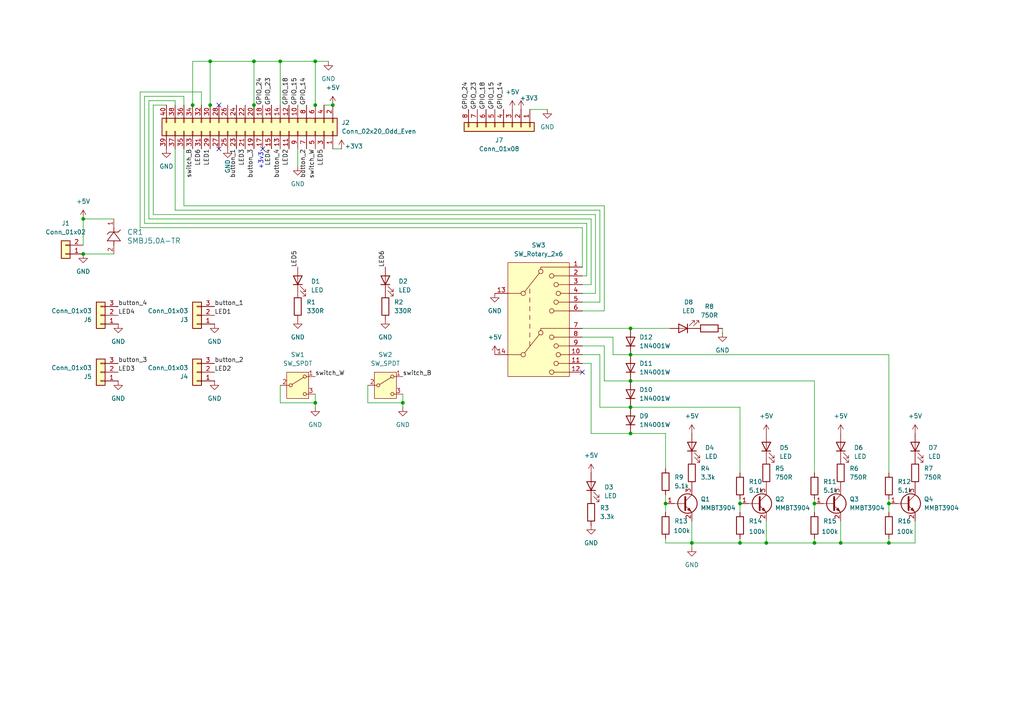
<source format=kicad_sch>
(kicad_sch (version 20250114) (generator "eeschema") (generator_version "9.0")
  (paper "A4")
  (lib_symbols
    (symbol "Connector_Generic:Conn_01x02" (pin_names (offset 1.016) (hide yes))
      (property "Reference" "J" (at 0 2.54 0))
      (property "Value" "Conn_01x02" (at 0 -5.08 0))
      (symbol "Conn_01x02_1_1"
        (rectangle (start -1.27 1.27) (end 1.27 -3.81) (stroke (width 0.254)) (fill (type background)))
        (rectangle (start -1.27 0.127) (end 0 -0.127) (stroke (width 0.1524)))
        (rectangle (start -1.27 -2.413) (end 0 -2.667) (stroke (width 0.1524)))
        (pin passive line (at -5.08 0 0) (length 3.81) (name "Pin_1") (number "1"))
        (pin passive line (at -5.08 -2.54 0) (length 3.81) (name "Pin_2") (number "2"))
      )
    )
    (symbol "Connector_Generic:Conn_01x03" (pin_names (offset 1.016) (hide yes))
      (property "Reference" "J" (at 0 5.08 0))
      (property "Value" "Conn_01x03" (at 0 -5.08 0))
      (symbol "Conn_01x03_1_1"
        (rectangle (start -1.27 3.81) (end 1.27 -3.81) (stroke (width 0.254)) (fill (type background)))
        (rectangle (start -1.27 2.667) (end 0 2.413) (stroke (width 0.1524)))
        (rectangle (start -1.27 0.127) (end 0 -0.127) (stroke (width 0.1524)))
        (rectangle (start -1.27 -2.413) (end 0 -2.667) (stroke (width 0.1524)))
        (pin passive line (at -5.08 2.54 0) (length 3.81) (name "Pin_1") (number "1"))
        (pin passive line (at -5.08 0 0) (length 3.81) (name "Pin_2") (number "2"))
        (pin passive line (at -5.08 -2.54 0) (length 3.81) (name "Pin_3") (number "3"))
      )
    )
    (symbol "Connector_Generic:Conn_01x08" (pin_names (offset 1.016) (hide yes))
      (property "Reference" "J" (at 0 10.16 0))
      (property "Value" "Conn_01x08" (at 0 -12.7 0))
      (symbol "Conn_01x08_1_1"
        (rectangle (start -1.27 8.89) (end 1.27 -11.43) (stroke (width 0.254)) (fill (type background)))
        (rectangle (start -1.27 7.747) (end 0 7.493) (stroke (width 0.1524)))
        (rectangle (start -1.27 5.207) (end 0 4.953) (stroke (width 0.1524)))
        (rectangle (start -1.27 2.667) (end 0 2.413) (stroke (width 0.1524)))
        (rectangle (start -1.27 0.127) (end 0 -0.127) (stroke (width 0.1524)))
        (rectangle (start -1.27 -2.413) (end 0 -2.667) (stroke (width 0.1524)))
        (rectangle (start -1.27 -4.953) (end 0 -5.207) (stroke (width 0.1524)))
        (rectangle (start -1.27 -7.493) (end 0 -7.747) (stroke (width 0.1524)))
        (rectangle (start -1.27 -10.033) (end 0 -10.287) (stroke (width 0.1524)))
        (pin passive line (at -5.08 7.62 0) (length 3.81) (name "Pin_1") (number "1"))
        (pin passive line (at -5.08 5.08 0) (length 3.81) (name "Pin_2") (number "2"))
        (pin passive line (at -5.08 2.54 0) (length 3.81) (name "Pin_3") (number "3"))
        (pin passive line (at -5.08 0 0) (length 3.81) (name "Pin_4") (number "4"))
        (pin passive line (at -5.08 -2.54 0) (length 3.81) (name "Pin_5") (number "5"))
        (pin passive line (at -5.08 -5.08 0) (length 3.81) (name "Pin_6") (number "6"))
        (pin passive line (at -5.08 -7.62 0) (length 3.81) (name "Pin_7") (number "7"))
        (pin passive line (at -5.08 -10.16 0) (length 3.81) (name "Pin_8") (number "8"))
      )
    )
    (symbol "Connector_Generic:Conn_02x20_Odd_Even" (pin_names (offset 1.016) (hide yes))
      (property "Reference" "J" (at 1.27 25.4 0))
      (property "Value" "Conn_02x20_Odd_Even" (at 1.27 -27.94 0))
      (symbol "Conn_02x20_Odd_Even_1_1"
        (rectangle (start -1.27 24.13) (end 3.81 -26.67) (stroke (width 0.254)) (fill (type background)))
        (rectangle (start -1.27 22.987) (end 0 22.733) (stroke (width 0.1524)))
        (rectangle (start -1.27 20.447) (end 0 20.193) (stroke (width 0.1524)))
        (rectangle (start -1.27 17.907) (end 0 17.653) (stroke (width 0.1524)))
        (rectangle (start -1.27 15.367) (end 0 15.113) (stroke (width 0.1524)))
        (rectangle (start -1.27 12.827) (end 0 12.573) (stroke (width 0.1524)))
        (rectangle (start -1.27 10.287) (end 0 10.033) (stroke (width 0.1524)))
        (rectangle (start -1.27 7.747) (end 0 7.493) (stroke (width 0.1524)))
        (rectangle (start -1.27 5.207) (end 0 4.953) (stroke (width 0.1524)))
        (rectangle (start -1.27 2.667) (end 0 2.413) (stroke (width 0.1524)))
        (rectangle (start -1.27 0.127) (end 0 -0.127) (stroke (width 0.1524)))
        (rectangle (start -1.27 -2.413) (end 0 -2.667) (stroke (width 0.1524)))
        (rectangle (start -1.27 -4.953) (end 0 -5.207) (stroke (width 0.1524)))
        (rectangle (start -1.27 -7.493) (end 0 -7.747) (stroke (width 0.1524)))
        (rectangle (start -1.27 -10.033) (end 0 -10.287) (stroke (width 0.1524)))
        (rectangle (start -1.27 -12.573) (end 0 -12.827) (stroke (width 0.1524)))
        (rectangle (start -1.27 -15.113) (end 0 -15.367) (stroke (width 0.1524)))
        (rectangle (start -1.27 -17.653) (end 0 -17.907) (stroke (width 0.1524)))
        (rectangle (start -1.27 -20.193) (end 0 -20.447) (stroke (width 0.1524)))
        (rectangle (start -1.27 -22.733) (end 0 -22.987) (stroke (width 0.1524)))
        (rectangle (start -1.27 -25.273) (end 0 -25.527) (stroke (width 0.1524)))
        (rectangle (start 3.81 22.987) (end 2.54 22.733) (stroke (width 0.1524)))
        (rectangle (start 3.81 20.447) (end 2.54 20.193) (stroke (width 0.1524)))
        (rectangle (start 3.81 17.907) (end 2.54 17.653) (stroke (width 0.1524)))
        (rectangle (start 3.81 15.367) (end 2.54 15.113) (stroke (width 0.1524)))
        (rectangle (start 3.81 12.827) (end 2.54 12.573) (stroke (width 0.1524)))
        (rectangle (start 3.81 10.287) (end 2.54 10.033) (stroke (width 0.1524)))
        (rectangle (start 3.81 7.747) (end 2.54 7.493) (stroke (width 0.1524)))
        (rectangle (start 3.81 5.207) (end 2.54 4.953) (stroke (width 0.1524)))
        (rectangle (start 3.81 2.667) (end 2.54 2.413) (stroke (width 0.1524)))
        (rectangle (start 3.81 0.127) (end 2.54 -0.127) (stroke (width 0.1524)))
        (rectangle (start 3.81 -2.413) (end 2.54 -2.667) (stroke (width 0.1524)))
        (rectangle (start 3.81 -4.953) (end 2.54 -5.207) (stroke (width 0.1524)))
        (rectangle (start 3.81 -7.493) (end 2.54 -7.747) (stroke (width 0.1524)))
        (rectangle (start 3.81 -10.033) (end 2.54 -10.287) (stroke (width 0.1524)))
        (rectangle (start 3.81 -12.573) (end 2.54 -12.827) (stroke (width 0.1524)))
        (rectangle (start 3.81 -15.113) (end 2.54 -15.367) (stroke (width 0.1524)))
        (rectangle (start 3.81 -17.653) (end 2.54 -17.907) (stroke (width 0.1524)))
        (rectangle (start 3.81 -20.193) (end 2.54 -20.447) (stroke (width 0.1524)))
        (rectangle (start 3.81 -22.733) (end 2.54 -22.987) (stroke (width 0.1524)))
        (rectangle (start 3.81 -25.273) (end 2.54 -25.527) (stroke (width 0.1524)))
        (pin passive line (at -5.08 22.86 0) (length 3.81) (name "Pin_1") (number "1"))
        (pin passive line (at -5.08 20.32 0) (length 3.81) (name "Pin_3") (number "3"))
        (pin passive line (at -5.08 17.78 0) (length 3.81) (name "Pin_5") (number "5"))
        (pin passive line (at -5.08 15.24 0) (length 3.81) (name "Pin_7") (number "7"))
        (pin passive line (at -5.08 12.7 0) (length 3.81) (name "Pin_9") (number "9"))
        (pin passive line (at -5.08 10.16 0) (length 3.81) (name "Pin_11") (number "11"))
        (pin passive line (at -5.08 7.62 0) (length 3.81) (name "Pin_13") (number "13"))
        (pin passive line (at -5.08 5.08 0) (length 3.81) (name "Pin_15") (number "15"))
        (pin passive line (at -5.08 2.54 0) (length 3.81) (name "Pin_17") (number "17"))
        (pin passive line (at -5.08 0 0) (length 3.81) (name "Pin_19") (number "19"))
        (pin passive line (at -5.08 -2.54 0) (length 3.81) (name "Pin_21") (number "21"))
        (pin passive line (at -5.08 -5.08 0) (length 3.81) (name "Pin_23") (number "23"))
        (pin passive line (at -5.08 -7.62 0) (length 3.81) (name "Pin_25") (number "25"))
        (pin passive line (at -5.08 -10.16 0) (length 3.81) (name "Pin_27") (number "27"))
        (pin passive line (at -5.08 -12.7 0) (length 3.81) (name "Pin_29") (number "29"))
        (pin passive line (at -5.08 -15.24 0) (length 3.81) (name "Pin_31") (number "31"))
        (pin passive line (at -5.08 -17.78 0) (length 3.81) (name "Pin_33") (number "33"))
        (pin passive line (at -5.08 -20.32 0) (length 3.81) (name "Pin_35") (number "35"))
        (pin passive line (at -5.08 -22.86 0) (length 3.81) (name "Pin_37") (number "37"))
        (pin passive line (at -5.08 -25.4 0) (length 3.81) (name "Pin_39") (number "39"))
        (pin passive line (at 7.62 22.86 180) (length 3.81) (name "Pin_2") (number "2"))
        (pin passive line (at 7.62 20.32 180) (length 3.81) (name "Pin_4") (number "4"))
        (pin passive line (at 7.62 17.78 180) (length 3.81) (name "Pin_6") (number "6"))
        (pin passive line (at 7.62 15.24 180) (length 3.81) (name "Pin_8") (number "8"))
        (pin passive line (at 7.62 12.7 180) (length 3.81) (name "Pin_10") (number "10"))
        (pin passive line (at 7.62 10.16 180) (length 3.81) (name "Pin_12") (number "12"))
        (pin passive line (at 7.62 7.62 180) (length 3.81) (name "Pin_14") (number "14"))
        (pin passive line (at 7.62 5.08 180) (length 3.81) (name "Pin_16") (number "16"))
        (pin passive line (at 7.62 2.54 180) (length 3.81) (name "Pin_18") (number "18"))
        (pin passive line (at 7.62 0 180) (length 3.81) (name "Pin_20") (number "20"))
        (pin passive line (at 7.62 -2.54 180) (length 3.81) (name "Pin_22") (number "22"))
        (pin passive line (at 7.62 -5.08 180) (length 3.81) (name "Pin_24") (number "24"))
        (pin passive line (at 7.62 -7.62 180) (length 3.81) (name "Pin_26") (number "26"))
        (pin passive line (at 7.62 -10.16 180) (length 3.81) (name "Pin_28") (number "28"))
        (pin passive line (at 7.62 -12.7 180) (length 3.81) (name "Pin_30") (number "30"))
        (pin passive line (at 7.62 -15.24 180) (length 3.81) (name "Pin_32") (number "32"))
        (pin passive line (at 7.62 -17.78 180) (length 3.81) (name "Pin_34") (number "34"))
        (pin passive line (at 7.62 -20.32 180) (length 3.81) (name "Pin_36") (number "36"))
        (pin passive line (at 7.62 -22.86 180) (length 3.81) (name "Pin_38") (number "38"))
        (pin passive line (at 7.62 -25.4 180) (length 3.81) (name "Pin_40") (number "40"))
      )
    )
    (symbol "Device:LED" (pin_numbers (hide yes)) (pin_names (offset 1.016) (hide yes))
      (property "Reference" "D" (at 0 2.54 0))
      (property "Value" "LED" (at 0 -2.54 0))
      (symbol "LED_0_1"
        (polyline (pts (xy -3.048 -0.762) (xy -4.572 -2.286) (xy -3.81 -2.286) (xy -4.572 -2.286) (xy -4.572 -1.524)))
        (polyline (pts (xy -1.778 -0.762) (xy -3.302 -2.286) (xy -2.54 -2.286) (xy -3.302 -2.286) (xy -3.302 -1.524)))
        (polyline (pts (xy -1.27 0) (xy 1.27 0)))
        (polyline (pts (xy -1.27 -1.27) (xy -1.27 1.27)) (stroke (width 0.254)))
        (polyline (pts (xy 1.27 -1.27) (xy 1.27 1.27) (xy -1.27 0) (xy 1.27 -1.27)) (stroke (width 0.254)))
      )
      (symbol "LED_1_1"
        (pin passive line (at -3.81 0 0) (length 2.54) (name "K") (number "1"))
        (pin passive line (at 3.81 0 180) (length 2.54) (name "A") (number "2"))
      )
    )
    (symbol "Device:R" (pin_numbers (hide yes)) (pin_names (offset 0))
      (property "Reference" "R" (at 2.032 0 90))
      (property "Value" "R" (at 0 0 90))
      (symbol "R_0_1"
        (rectangle (start -1.016 -2.54) (end 1.016 2.54) (stroke (width 0.254)))
      )
      (symbol "R_1_1"
        (pin passive line (at 0 3.81 270) (length 1.27) (name "~") (number "1"))
        (pin passive line (at 0 -3.81 90) (length 1.27) (name "~") (number "2"))
      )
    )
    (symbol "Diode:1N4001" (pin_numbers (hide yes)) (pin_names (hide yes))
      (property "Reference" "D" (at 0 2.54 0))
      (property "Value" "1N4001" (at 0 -2.54 0))
      (symbol "1N4001_0_1"
        (polyline (pts (xy -1.27 1.27) (xy -1.27 -1.27)) (stroke (width 0.254)))
        (polyline (pts (xy 1.27 1.27) (xy 1.27 -1.27) (xy -1.27 0) (xy 1.27 1.27)) (stroke (width 0.254)))
        (polyline (pts (xy 1.27 0) (xy -1.27 0)))
      )
      (symbol "1N4001_1_1"
        (pin passive line (at -3.81 0 0) (length 2.54) (name "K") (number "1"))
        (pin passive line (at 3.81 0 180) (length 2.54) (name "A") (number "2"))
      )
    )
    (symbol "Switch:SW_Rotary_2x6" (pin_names (offset 1.016) (hide yes))
      (property "Reference" "SW" (at 0 17.78 0))
      (property "Value" "SW_Rotary_2x6" (at 0 -17.78 0))
      (symbol "SW_Rotary_2x6_0_0"
        (circle (center -4.445 7.62) (radius 0.635))
        (circle (center -4.445 -10.16) (radius 0.635))
        (polyline (pts (xy -4.064 -9.652) (xy 0.2032 -4.318)))
        (polyline (pts (xy -4.0132 8.128) (xy 0.2032 13.462)))
        (polyline (pts (xy -2.54 7.62) (xy -2.54 8.89)))
        (polyline (pts (xy -2.54 5.08) (xy -2.54 6.35)))
        (polyline (pts (xy -2.54 2.54) (xy -2.54 3.81)))
        (polyline (pts (xy -2.54 0) (xy -2.54 1.27)))
        (polyline (pts (xy -2.54 -2.54) (xy -2.54 -1.27)))
        (polyline (pts (xy -2.54 -5.08) (xy -2.54 -3.81)))
        (polyline (pts (xy -2.54 -7.62) (xy -2.54 -6.35)))
        (polyline (pts (xy 0.635 14.605) (xy 0.635 15.24) (xy 8.89 15.24)))
        (circle (center 0.635 13.97) (radius 0.635))
        (polyline (pts (xy 0.635 -3.175) (xy 0.635 -2.54) (xy 8.89 -2.54)))
        (circle (center 0.635 -3.81) (radius 0.635))
        (circle (center 3.81 12.7) (radius 0.635))
        (circle (center 3.81 2.54) (radius 0.635))
        (circle (center 3.81 -5.08) (radius 0.635))
        (circle (center 3.81 -15.24) (radius 0.635))
        (polyline (pts (xy 4.445 12.7) (xy 8.89 12.7)))
        (polyline (pts (xy 4.445 -5.08) (xy 8.89 -5.08)))
        (circle (center 5.08 10.16) (radius 0.635))
        (circle (center 5.08 5.08) (radius 0.635))
        (circle (center 5.08 -7.62) (radius 0.635))
        (circle (center 5.08 -12.7) (radius 0.635))
        (polyline (pts (xy 5.715 10.16) (xy 8.89 10.16)))
        (circle (center 5.715 7.62) (radius 0.635))
        (polyline (pts (xy 5.715 5.08) (xy 8.89 5.08)))
        (polyline (pts (xy 5.715 -7.62) (xy 8.89 -7.62)))
        (circle (center 5.715 -10.16) (radius 0.635))
        (polyline (pts (xy 5.715 -12.7) (xy 8.89 -12.7)))
        (polyline (pts (xy 6.35 7.62) (xy 8.89 7.62)))
        (polyline (pts (xy 6.35 -10.16) (xy 8.89 -10.16)))
        (polyline (pts (xy 8.89 2.54) (xy 4.445 2.54)))
        (polyline (pts (xy 8.89 -15.24) (xy 4.445 -15.24)))
      )
      (symbol "SW_Rotary_2x6_0_1"
        (polyline (pts (xy -5.1308 -10.16) (xy -8.89 -10.16)))
        (polyline (pts (xy -5.08 7.62) (xy -8.89 7.62)))
      )
      (symbol "SW_Rotary_2x6_1_1"
        (rectangle (start -8.89 16.51) (end 8.89 -16.51) (fill (type background)))
        (pin passive line (at -12.7 7.62 0) (length 3.81) (name "13") (number "13"))
        (pin passive line (at -12.7 -10.16 0) (length 3.81) (name "14") (number "14"))
        (pin passive line (at 12.7 15.24 180) (length 3.81) (name "1") (number "1"))
        (pin passive line (at 12.7 12.7 180) (length 3.81) (name "2") (number "2"))
        (pin passive line (at 12.7 10.16 180) (length 3.81) (name "3") (number "3"))
        (pin passive line (at 12.7 7.62 180) (length 3.81) (name "4") (number "4"))
        (pin passive line (at 12.7 5.08 180) (length 3.81) (name "5") (number "5"))
        (pin passive line (at 12.7 2.54 180) (length 3.81) (name "6") (number "6"))
        (pin passive line (at 12.7 -2.54 180) (length 3.81) (name "7") (number "7"))
        (pin passive line (at 12.7 -5.08 180) (length 3.81) (name "8") (number "8"))
        (pin passive line (at 12.7 -7.62 180) (length 3.81) (name "9") (number "9"))
        (pin passive line (at 12.7 -10.16 180) (length 3.81) (name "10") (number "10"))
        (pin passive line (at 12.7 -12.7 180) (length 3.81) (name "11") (number "11"))
        (pin passive line (at 12.7 -15.24 180) (length 3.81) (name "12") (number "12"))
      )
    )
    (symbol "Switch:SW_SPDT" (pin_names (offset 0) (hide yes))
      (property "Reference" "SW" (at 0 5.08 0))
      (property "Value" "SW_SPDT" (at 0 -5.08 0))
      (symbol "SW_SPDT_0_1"
        (circle (center -2.032 0) (radius 0.4572))
        (polyline (pts (xy -1.651 0.254) (xy 1.651 2.286)))
        (circle (center 2.032 2.54) (radius 0.4572))
        (circle (center 2.032 -2.54) (radius 0.4572))
      )
      (symbol "SW_SPDT_1_1"
        (rectangle (start -3.175 3.81) (end 3.175 -3.81) (fill (type background)))
        (pin passive line (at -5.08 0 0) (length 2.54) (name "B") (number "2"))
        (pin passive line (at 5.08 2.54 180) (length 2.54) (name "A") (number "1"))
        (pin passive line (at 5.08 -2.54 180) (length 2.54) (name "C") (number "3"))
      )
    )
    (symbol "Transistor_BJT:MMBT3904" (pin_names (offset 0) (hide yes))
      (property "Reference" "Q" (at 5.08 1.905 0))
      (property "Value" "MMBT3904" (at 5.08 0 0))
      (symbol "MMBT3904_0_1"
        (polyline (pts (xy -2.54 0) (xy 0.635 0)))
        (polyline (pts (xy 0.635 1.905) (xy 0.635 -1.905)) (stroke (width 0.508)))
        (circle (center 1.27 0) (radius 2.8194) (stroke (width 0.254)))
      )
      (symbol "MMBT3904_1_1"
        (polyline (pts (xy 0.635 0.635) (xy 2.54 2.54)))
        (polyline (pts (xy 0.635 -0.635) (xy 2.54 -2.54)))
        (polyline (pts (xy 1.27 -1.778) (xy 1.778 -1.27) (xy 2.286 -2.286) (xy 1.27 -1.778)) (fill (type outline)))
        (pin input line (at -5.08 0 0) (length 2.54) (name "B") (number "1"))
        (pin passive line (at 2.54 5.08 270) (length 2.54) (name "C") (number "3"))
        (pin passive line (at 2.54 -5.08 90) (length 2.54) (name "E") (number "2"))
      )
    )
    (symbol "_Custom_Library:SMBJ5.0A-TR" (pin_names (offset 0.254))
      (property "Reference" "CR" (at 0.762 -1.524 0))
      (property "Value" "SMBJ5.0A-TR" (at 5.08 3.048 0))
      (symbol "SMBJ5.0A-TR_0_1"
        (polyline (pts (xy 2.54 0) (xy 3.81 0)) (stroke (width 0.2032)))
        (polyline (pts (xy 3.175 1.905) (xy 3.81 1.27)) (stroke (width 0.2032)))
        (polyline (pts (xy 3.81 1.27) (xy 3.81 -1.27)) (stroke (width 0.2032)))
        (polyline (pts (xy 3.81 0) (xy 6.35 -1.905)) (stroke (width 0.2032)))
        (polyline (pts (xy 3.81 -1.27) (xy 4.445 -1.905)) (stroke (width 0.2032)))
        (polyline (pts (xy 6.35 1.905) (xy 3.81 0)) (stroke (width 0.2032)))
        (polyline (pts (xy 6.35 -1.905) (xy 6.35 1.905)) (stroke (width 0.2032)))
        (polyline (pts (xy 7.62 0) (xy 6.35 0)) (stroke (width 0.2032)))
        (pin unspecified line (at 0 0 0) (length 2.54) (name "") (number "1"))
        (pin unspecified line (at 10.16 0 180) (length 2.54) (name "") (number "2"))
      )
    )
    (symbol "power:+3V3" (power) (pin_numbers (hide yes)) (pin_names (offset 0) (hide yes))
      (property "Value" "+3V3" (at 0 3.556 0))
      (symbol "+3V3_0_1"
        (polyline (pts (xy -0.762 1.27) (xy 0 2.54)))
        (polyline (pts (xy 0 2.54) (xy 0.762 1.27)))
        (polyline (pts (xy 0 0) (xy 0 2.54)))
      )
      (symbol "+3V3_1_1"
        (pin power_in line (at 0 0 90) (length 0) (name "~") (number "1"))
      )
    )
    (symbol "power:+5V" (power) (pin_numbers (hide yes)) (pin_names (offset 0) (hide yes))
      (property "Value" "+5V" (at 0 3.556 0))
      (symbol "+5V_0_1"
        (polyline (pts (xy -0.762 1.27) (xy 0 2.54)))
        (polyline (pts (xy 0 2.54) (xy 0.762 1.27)))
        (polyline (pts (xy 0 0) (xy 0 2.54)))
      )
      (symbol "+5V_1_1"
        (pin power_in line (at 0 0 90) (length 0) (name "~") (number "1"))
      )
    )
    (symbol "power:GND" (power) (pin_numbers (hide yes)) (pin_names (offset 0) (hide yes))
      (property "Value" "GND" (at 0 -3.81 0))
      (symbol "GND_0_1"
        (polyline (pts (xy 0 0) (xy 0 -1.27) (xy 1.27 -1.27) (xy 0 -2.54) (xy -1.27 -1.27) (xy 0 -1.27)))
      )
      (symbol "GND_1_1"
        (pin power_in line (at 0 0 270) (length 0) (name "~") (number "1"))
      )
    )
  )
  (text "+3v3" (at 75.692 46.736 90) (effects (font (size 1.27 1.27))))
  (junction (at 236.22 157.48))
  (junction (at 60.96 30.48))
  (junction (at 96.52 30.48))
  (junction (at 73.66 30.48))
  (junction (at 91.44 116.84))
  (junction (at 55.88 30.48))
  (junction (at 116.84 116.84))
  (junction (at 182.88 125.73))
  (junction (at 182.88 95.25))
  (junction (at 81.28 17.78))
  (junction (at 257.81 157.48))
  (junction (at 91.44 17.78))
  (junction (at 24.13 63.5))
  (junction (at 24.13 73.66))
  (junction (at 214.63 157.48))
  (junction (at 193.04 146.05))
  (junction (at 243.84 157.48))
  (junction (at 182.88 118.11))
  (junction (at 257.81 146.05))
  (junction (at 60.96 17.78))
  (junction (at 182.88 102.87))
  (junction (at 236.22 146.05))
  (junction (at 222.25 157.48))
  (junction (at 200.66 157.48))
  (junction (at 214.63 146.05))
  (junction (at 182.88 110.49))
  (junction (at 73.66 17.78))
  (junction (at 91.44 30.48))
  (no_connect (at 63.5 30.48))
  (no_connect (at 76.2 43.18))
  (no_connect (at 168.91 107.95))
  (no_connect (at 63.5 43.18))
  (wire (pts (xy 53.34 59.69) (xy 175.26 59.69)))
  (wire (pts (xy 170.18 80.01) (xy 168.91 80.01)))
  (wire (pts (xy 53.34 59.69) (xy 53.34 43.18)))
  (wire (pts (xy 173.99 102.87) (xy 173.99 118.11)))
  (wire (pts (xy 44.45 30.48) (xy 48.26 30.48)))
  (wire (pts (xy 24.13 63.5) (xy 33.02 63.5)))
  (wire (pts (xy 193.04 125.73) (xy 193.04 135.89)))
  (wire (pts (xy 171.45 63.5) (xy 171.45 82.55)))
  (wire (pts (xy 81.28 111.76) (xy 81.28 116.84)))
  (wire (pts (xy 182.88 118.11) (xy 214.63 118.11)))
  (wire (pts (xy 177.8 102.87) (xy 182.88 102.87)))
  (wire (pts (xy 41.91 27.94) (xy 53.34 27.94)))
  (wire (pts (xy 81.28 17.78) (xy 73.66 17.78)))
  (wire (pts (xy 214.63 144.78) (xy 214.63 146.05)))
  (wire (pts (xy 43.18 63.5) (xy 171.45 63.5)))
  (wire (pts (xy 168.91 90.17) (xy 175.26 90.17)))
  (wire (pts (xy 40.64 66.04) (xy 40.64 26.67)))
  (wire (pts (xy 257.81 156.21) (xy 257.81 157.48)))
  (wire (pts (xy 106.68 111.76) (xy 106.68 116.84)))
  (wire (pts (xy 243.84 151.13) (xy 243.84 157.48)))
  (wire (pts (xy 41.91 64.77) (xy 170.18 64.77)))
  (wire (pts (xy 55.88 17.78) (xy 60.96 17.78)))
  (wire (pts (xy 182.88 125.73) (xy 193.04 125.73)))
  (wire (pts (xy 236.22 110.49) (xy 236.22 137.16)))
  (wire (pts (xy 200.66 151.13) (xy 200.66 157.48)))
  (wire (pts (xy 43.18 29.21) (xy 50.8 29.21)))
  (wire (pts (xy 95.25 17.78) (xy 91.44 17.78)))
  (wire (pts (xy 173.99 60.96) (xy 173.99 87.63)))
  (wire (pts (xy 171.45 105.41) (xy 171.45 125.73)))
  (wire (pts (xy 182.88 110.49) (xy 236.22 110.49)))
  (wire (pts (xy 168.91 82.55) (xy 171.45 82.55)))
  (wire (pts (xy 73.66 17.78) (xy 73.66 30.48)))
  (wire (pts (xy 43.18 63.5) (xy 43.18 29.21)))
  (wire (pts (xy 193.04 143.51) (xy 193.04 146.05)))
  (wire (pts (xy 81.28 116.84) (xy 91.44 116.84)))
  (wire (pts (xy 182.88 95.25) (xy 194.31 95.25)))
  (wire (pts (xy 41.91 64.77) (xy 41.91 27.94)))
  (wire (pts (xy 44.45 62.23) (xy 44.45 30.48)))
  (wire (pts (xy 106.68 116.84) (xy 116.84 116.84)))
  (wire (pts (xy 91.44 118.11) (xy 91.44 116.84)))
  (wire (pts (xy 170.18 64.77) (xy 170.18 80.01)))
  (wire (pts (xy 214.63 148.59) (xy 214.63 146.05)))
  (wire (pts (xy 193.04 148.59) (xy 193.04 146.05)))
  (wire (pts (xy 265.43 151.13) (xy 265.43 157.48)))
  (wire (pts (xy 96.52 43.18) (xy 99.06 43.18)))
  (wire (pts (xy 214.63 156.21) (xy 214.63 157.48)))
  (wire (pts (xy 168.91 85.09) (xy 172.72 85.09)))
  (wire (pts (xy 93.98 30.48) (xy 96.52 30.48)))
  (wire (pts (xy 243.84 157.48) (xy 257.81 157.48)))
  (wire (pts (xy 257.81 144.78) (xy 257.81 146.05)))
  (wire (pts (xy 172.72 62.23) (xy 172.72 85.09)))
  (wire (pts (xy 257.81 146.05) (xy 257.81 148.59)))
  (wire (pts (xy 214.63 118.11) (xy 214.63 137.16)))
  (wire (pts (xy 177.8 97.79) (xy 177.8 102.87)))
  (wire (pts (xy 236.22 148.59) (xy 236.22 146.05)))
  (wire (pts (xy 91.44 116.84) (xy 91.44 114.3)))
  (wire (pts (xy 24.13 73.66) (xy 33.02 73.66)))
  (wire (pts (xy 91.44 17.78) (xy 81.28 17.78)))
  (wire (pts (xy 60.96 17.78) (xy 60.96 30.48)))
  (wire (pts (xy 193.04 157.48) (xy 200.66 157.48)))
  (wire (pts (xy 222.25 157.48) (xy 236.22 157.48)))
  (wire (pts (xy 91.44 31.75) (xy 91.44 30.48)))
  (wire (pts (xy 236.22 156.21) (xy 236.22 157.48)))
  (wire (pts (xy 236.22 144.78) (xy 236.22 146.05)))
  (wire (pts (xy 222.25 157.48) (xy 214.63 157.48)))
  (wire (pts (xy 55.88 17.78) (xy 55.88 30.48)))
  (wire (pts (xy 153.67 31.75) (xy 158.75 31.75)))
  (wire (pts (xy 209.55 96.52) (xy 209.55 95.25)))
  (wire (pts (xy 168.91 95.25) (xy 182.88 95.25)))
  (wire (pts (xy 44.45 62.23) (xy 172.72 62.23)))
  (wire (pts (xy 168.91 105.41) (xy 171.45 105.41)))
  (wire (pts (xy 58.42 26.67) (xy 58.42 30.48)))
  (wire (pts (xy 257.81 157.48) (xy 265.43 157.48)))
  (wire (pts (xy 116.84 118.11) (xy 116.84 116.84)))
  (wire (pts (xy 53.34 27.94) (xy 53.34 30.48)))
  (wire (pts (xy 55.88 31.75) (xy 55.88 30.48)))
  (wire (pts (xy 40.64 66.04) (xy 168.91 66.04)))
  (wire (pts (xy 168.91 102.87) (xy 173.99 102.87)))
  (wire (pts (xy 200.66 158.75) (xy 200.66 157.48)))
  (wire (pts (xy 173.99 118.11) (xy 182.88 118.11)))
  (wire (pts (xy 222.25 151.13) (xy 222.25 157.48)))
  (wire (pts (xy 40.64 26.67) (xy 58.42 26.67)))
  (wire (pts (xy 175.26 90.17) (xy 175.26 59.69)))
  (wire (pts (xy 168.91 97.79) (xy 177.8 97.79)))
  (wire (pts (xy 236.22 157.48) (xy 243.84 157.48)))
  (wire (pts (xy 73.66 31.75) (xy 73.66 30.48)))
  (wire (pts (xy 86.36 48.26) (xy 86.36 43.18)))
  (wire (pts (xy 214.63 157.48) (xy 200.66 157.48)))
  (wire (pts (xy 171.45 125.73) (xy 182.88 125.73)))
  (wire (pts (xy 168.91 66.04) (xy 168.91 77.47)))
  (wire (pts (xy 175.26 110.49) (xy 182.88 110.49)))
  (wire (pts (xy 168.91 87.63) (xy 173.99 87.63)))
  (wire (pts (xy 81.28 17.78) (xy 81.28 30.48)))
  (wire (pts (xy 193.04 157.48) (xy 193.04 156.21)))
  (wire (pts (xy 257.81 102.87) (xy 257.81 137.16)))
  (wire (pts (xy 24.13 63.5) (xy 24.13 71.12)))
  (wire (pts (xy 50.8 60.96) (xy 50.8 43.18)))
  (wire (pts (xy 116.84 116.84) (xy 116.84 114.3)))
  (wire (pts (xy 168.91 100.33) (xy 175.26 100.33)))
  (wire (pts (xy 91.44 17.78) (xy 91.44 30.48)))
  (wire (pts (xy 175.26 100.33) (xy 175.26 110.49)))
  (wire (pts (xy 50.8 29.21) (xy 50.8 30.48)))
  (wire (pts (xy 73.66 17.78) (xy 60.96 17.78)))
  (wire (pts (xy 50.8 60.96) (xy 173.99 60.96)))
  (wire (pts (xy 257.81 102.87) (xy 182.88 102.87)))
  (wire (pts (xy 60.96 31.75) (xy 60.96 30.48)))
  (label "button_1" (at 62.23 88.9 0))
  (label "GPIO_23" (at 138.43 31.75 90))
  (label "LED6" (at 111.76 77.47 90))
  (label "button_4" (at 34.29 88.9 0))
  (label "GPIO_18" (at 140.97 31.75 90))
  (label "button_3" (at 34.29 105.41 0))
  (label "LED5" (at 86.36 77.47 90))
  (label "button_1" (at 68.58 43.18 270))
  (label "LED2" (at 83.82 43.18 270))
  (label "GPIO_23" (at 78.74 30.48 90))
  (label "LED4" (at 34.29 91.44 0))
  (label "LED4" (at 78.74 43.18 270))
  (label "switch_W" (at 91.44 43.18 270))
  (label "button_4" (at 81.28 43.18 270))
  (label "LED6" (at 58.42 43.18 270))
  (label "GPIO_15" (at 143.51 31.75 90))
  (label "GPIO_24" (at 135.89 31.75 90))
  (label "LED3" (at 34.29 107.95 0))
  (label "switch_B" (at 116.84 109.22 0))
  (label "button_2" (at 62.23 105.41 0))
  (label "GPIO_14" (at 88.9 30.48 90))
  (label "LED1" (at 62.23 91.44 0))
  (label "button_3" (at 73.66 43.18 270))
  (label "GPIO_18" (at 83.82 30.48 90))
  (label "LED5" (at 93.98 43.18 270))
  (label "switch_W" (at 91.44 109.22 0))
  (label "GPIO_24" (at 76.2 30.48 90))
  (label "LED3" (at 71.12 43.18 270))
  (label "switch_B" (at 55.88 43.18 270))
  (label "button_2" (at 88.9 43.18 270))
  (label "GPIO_15" (at 86.36 30.48 90))
  (label "LED1" (at 60.96 43.18 270))
  (label "GPIO_14" (at 146.05 31.75 90))
  (label "LED2" (at 62.23 107.95 0))
  (symbol (lib_id "Device:R") (at 243.84 137.16 0) (unit 1)
    (property "Reference" "R6" (at 246.38 135.8899 0) (effects (justify left)))
    (property "Value" "750R" (at 246.38 138.4299 0) (effects (justify left)))
    (property "Footprint" "Resistor_SMD:R_0805_2012Metric_Pad1.20x1.40mm_HandSolder" (effects (hide yes)))
    (property "Description" "Resistor" (effects (hide yes)))
  )
  (symbol (lib_id "Diode:1N4001") (at 182.88 106.68 90) (unit 1)
    (property "Reference" "D11" (at 185.42 105.4099 90) (effects (justify right)))
    (property "Value" "1N4001W" (at 185.42 107.9499 90) (effects (justify right)))
    (property "Footprint" "Diode_SMD:D_SOD-123F" (effects (hide yes)))
    (property "Datasheet" "https://mm.digikey.com/Volume0/opasdata/d220001/medias/docus/6778/5399_1N4001W%20SOD-123FL.PDF" (effects (hide yes)))
    (property "Description" "50V 1A General Purpose Rectifier Diode, DO-41" (effects (hide yes)))
    (property "Sim.Device" "D" (effects (hide yes)))
    (property "Sim.Pins" "1=K 2=A" (effects (hide yes)))
  )
  (symbol (lib_id "Diode:1N4001") (at 182.88 99.06 90) (unit 1)
    (property "Reference" "D12" (at 185.42 97.7899 90) (effects (justify right)))
    (property "Value" "1N4001W" (at 185.42 100.3299 90) (effects (justify right)))
    (property "Footprint" "Diode_SMD:D_SOD-123F" (effects (hide yes)))
    (property "Datasheet" "https://mm.digikey.com/Volume0/opasdata/d220001/medias/docus/6778/5399_1N4001W%20SOD-123FL.PDF" (effects (hide yes)))
    (property "Description" "50V 1A General Purpose Rectifier Diode, DO-41" (effects (hide yes)))
    (property "Sim.Device" "D" (effects (hide yes)))
    (property "Sim.Pins" "1=K 2=A" (effects (hide yes)))
  )
  (symbol (lib_id "power:+5V") (at 222.25 125.73 0) (unit 1)
    (property "Reference" "#PWR024" (effects (hide yes)))
    (property "Value" "+5V" (at 222.25 120.65 0))
    (property "Description" "Power symbol creates a global label with name \"+5V\"" (effects (hide yes)))
  )
  (symbol (lib_id "Diode:1N4001") (at 182.88 114.3 90) (unit 1)
    (property "Reference" "D10" (at 185.42 113.0299 90) (effects (justify right)))
    (property "Value" "1N4001W" (at 185.42 115.5699 90) (effects (justify right)))
    (property "Footprint" "Diode_SMD:D_SOD-123F" (effects (hide yes)))
    (property "Datasheet" "https://mm.digikey.com/Volume0/opasdata/d220001/medias/docus/6778/5399_1N4001W%20SOD-123FL.PDF" (effects (hide yes)))
    (property "Description" "50V 1A General Purpose Rectifier Diode, DO-41" (effects (hide yes)))
    (property "Sim.Device" "D" (effects (hide yes)))
    (property "Sim.Pins" "1=K 2=A" (effects (hide yes)))
  )
  (symbol (lib_id "power:+3V3") (at 99.06 43.18 0) (mirror y) (unit 1)
    (property "Reference" "#PWR026" (effects (hide yes)))
    (property "Value" "+3V3" (at 102.616 42.418 0))
    (property "Description" "Power symbol creates a global label with name \"+3V3\"" (effects (hide yes)))
  )
  (symbol (lib_id "power:+5V") (at 148.59 31.75 0) (mirror y) (unit 1)
    (property "Reference" "#PWR012" (effects (hide yes)))
    (property "Value" "+5V" (at 148.59 26.67 0))
    (property "Description" "Power symbol creates a global label with name \"+5V\"" (effects (hide yes)))
  )
  (symbol (lib_id "power:+5V") (at 265.43 125.73 0) (unit 1)
    (property "Reference" "#PWR028" (effects (hide yes)))
    (property "Value" "+5V" (at 265.43 120.65 0))
    (property "Description" "Power symbol creates a global label with name \"+5V\"" (effects (hide yes)))
  )
  (symbol (lib_id "Diode:1N4001") (at 182.88 121.92 90) (unit 1)
    (property "Reference" "D9" (at 185.42 120.6499 90) (effects (justify right)))
    (property "Value" "1N4001W" (at 185.42 123.1899 90) (effects (justify right)))
    (property "Footprint" "Diode_SMD:D_SOD-123F" (effects (hide yes)))
    (property "Datasheet" "https://mm.digikey.com/Volume0/opasdata/d220001/medias/docus/6778/5399_1N4001W%20SOD-123FL.PDF" (effects (hide yes)))
    (property "Description" "50V 1A General Purpose Rectifier Diode, DO-41" (effects (hide yes)))
    (property "Sim.Device" "D" (effects (hide yes)))
    (property "Sim.Pins" "1=K 2=A" (effects (hide yes)))
  )
  (symbol (lib_id "Transistor_BJT:MMBT3904") (at 219.71 146.05 0) (unit 1)
    (property "Reference" "Q2" (at 224.79 144.7799 0) (effects (justify left)))
    (property "Value" "MMBT3904" (at 224.79 147.3199 0) (effects (justify left)))
    (property "Footprint" "Package_TO_SOT_SMD:SOT-23" (effects (hide yes)))
    (property "Datasheet" "https://www.onsemi.com/pdf/datasheet/pzt3904-d.pdf" (effects (hide yes)))
    (property "Description" "0.2A Ic, 40V Vce, Small Signal NPN Transistor, SOT-23" (effects (hide yes)))
  )
  (symbol (lib_id "_Custom_Library:SMBJ5.0A-TR") (at 33.02 63.5 270) (unit 1)
    (property "Reference" "CR1" (at 36.83 67.3099 90) (effects (font (size 1.524 1.524)) (justify left)))
    (property "Value" "SMBJ5.0A-TR" (at 36.83 69.8499 90) (effects (font (size 1.524 1.524)) (justify left)))
    (property "Footprint" "SMB_STM" (effects (hide yes)))
    (property "Datasheet" "https://www.st.com/resource/en/datasheet/smbj58ca.pdf" (effects (hide yes)))
  )
  (symbol (lib_id "Device:R") (at 171.45 148.59 0) (unit 1)
    (property "Reference" "R3" (at 173.99 147.3199 0) (effects (justify left)))
    (property "Value" "3.3k" (at 173.99 149.8599 0) (effects (justify left)))
    (property "Footprint" "Resistor_SMD:R_0805_2012Metric_Pad1.20x1.40mm_HandSolder" (effects (hide yes)))
    (property "Description" "Resistor" (effects (hide yes)))
  )
  (symbol (lib_id "Connector_Generic:Conn_01x03") (at 57.15 91.44 180) (unit 1)
    (property "Reference" "J3" (at 54.61 92.7101 0) (effects (justify left)))
    (property "Value" "Conn_01x03" (at 54.61 90.1701 0) (effects (justify left)))
    (property "Footprint" "Connector_JST:JST_EH_B3B-EH-A_1x03_P2.50mm_Vertical" (effects (hide yes)))
    (property "Description" "Generic connector, single row, 01x03, script generated (kicad-library-utils/schlib/autogen/connector/)" (effects (hide yes)))
  )
  (symbol (lib_id "Device:R") (at 86.36 88.9 0) (unit 1)
    (property "Reference" "R1" (at 88.9 87.6299 0) (effects (justify left)))
    (property "Value" "330R" (at 88.9 90.1699 0) (effects (justify left)))
    (property "Footprint" "Resistor_SMD:R_0805_2012Metric_Pad1.20x1.40mm_HandSolder" (effects (hide yes)))
    (property "Description" "Resistor" (effects (hide yes)))
  )
  (symbol (lib_id "power:GND") (at 95.25 17.78 0) (mirror y) (unit 1)
    (property "Reference" "#PWR030" (effects (hide yes)))
    (property "Value" "GND" (at 95.25 22.86 0))
    (property "Description" "Power symbol creates a global label with name \"GND\" , ground" (effects (hide yes)))
  )
  (symbol (lib_id "Device:R") (at 111.76 88.9 0) (unit 1)
    (property "Reference" "R2" (at 114.3 87.6299 0) (effects (justify left)))
    (property "Value" "330R" (at 114.3 90.1699 0) (effects (justify left)))
    (property "Footprint" "Resistor_SMD:R_0805_2012Metric_Pad1.20x1.40mm_HandSolder" (effects (hide yes)))
    (property "Description" "Resistor" (effects (hide yes)))
  )
  (symbol (lib_id "Transistor_BJT:MMBT3904") (at 198.12 146.05 0) (unit 1)
    (property "Reference" "Q1" (at 203.2 144.7799 0) (effects (justify left)))
    (property "Value" "MMBT3904" (at 203.2 147.3199 0) (effects (justify left)))
    (property "Footprint" "Package_TO_SOT_SMD:SOT-23" (effects (hide yes)))
    (property "Datasheet" "https://www.onsemi.com/pdf/datasheet/pzt3904-d.pdf" (effects (hide yes)))
    (property "Description" "0.2A Ic, 40V Vce, Small Signal NPN Transistor, SOT-23" (effects (hide yes)))
  )
  (symbol (lib_id "power:GND") (at 34.29 110.49 0) (unit 1)
    (property "Reference" "#PWR06" (effects (hide yes)))
    (property "Value" "GND" (at 34.29 115.57 0))
    (property "Description" "Power symbol creates a global label with name \"GND\" , ground" (effects (hide yes)))
  )
  (symbol (lib_id "power:GND") (at 158.75 31.75 0) (mirror y) (unit 1)
    (property "Reference" "#PWR015" (effects (hide yes)))
    (property "Value" "GND" (at 158.75 36.83 0))
    (property "Description" "Power symbol creates a global label with name \"GND\" , ground" (effects (hide yes)))
  )
  (symbol (lib_id "power:GND") (at 116.84 118.11 0) (unit 1)
    (property "Reference" "#PWR03" (effects (hide yes)))
    (property "Value" "GND" (at 116.84 123.19 0))
    (property "Description" "Power symbol creates a global label with name \"GND\" , ground" (effects (hide yes)))
  )
  (symbol (lib_id "power:GND") (at 86.36 92.71 0) (unit 1)
    (property "Reference" "#PWR04" (effects (hide yes)))
    (property "Value" "GND" (at 86.36 97.79 0))
    (property "Description" "Power symbol creates a global label with name \"GND\" , ground" (effects (hide yes)))
  )
  (symbol (lib_id "Transistor_BJT:MMBT3904") (at 241.3 146.05 0) (unit 1)
    (property "Reference" "Q3" (at 246.38 144.7799 0) (effects (justify left)))
    (property "Value" "MMBT3904" (at 246.38 147.3199 0) (effects (justify left)))
    (property "Footprint" "Package_TO_SOT_SMD:SOT-23" (effects (hide yes)))
    (property "Datasheet" "https://www.onsemi.com/pdf/datasheet/pzt3904-d.pdf" (effects (hide yes)))
    (property "Description" "0.2A Ic, 40V Vce, Small Signal NPN Transistor, SOT-23" (effects (hide yes)))
  )
  (symbol (lib_id "power:GND") (at 24.13 73.66 0) (unit 1)
    (property "Reference" "#PWR011" (effects (hide yes)))
    (property "Value" "GND" (at 24.13 78.74 0))
    (property "Description" "Power symbol creates a global label with name \"GND\" , ground" (effects (hide yes)))
  )
  (symbol (lib_id "power:+5V") (at 24.13 63.5 0) (unit 1)
    (property "Reference" "#PWR020" (effects (hide yes)))
    (property "Value" "+5V" (at 24.13 58.42 0))
    (property "Description" "Power symbol creates a global label with name \"+5V\"" (effects (hide yes)))
  )
  (symbol (lib_id "Device:R") (at 236.22 152.4 0) (unit 1)
    (property "Reference" "R15" (at 238.76 151.1299 0) (effects (justify left)))
    (property "Value" "100k" (at 238.252 154.178 0) (effects (justify left)))
    (property "Footprint" "Resistor_SMD:R_0805_2012Metric_Pad1.20x1.40mm_HandSolder" (effects (hide yes)))
    (property "Description" "Resistor" (effects (hide yes)))
  )
  (symbol (lib_id "power:GND") (at 48.26 43.18 0) (mirror y) (unit 1)
    (property "Reference" "#PWR034" (effects (hide yes)))
    (property "Value" "GND" (at 48.26 48.26 0))
    (property "Description" "Power symbol creates a global label with name \"GND\" , ground" (effects (hide yes)))
  )
  (symbol (lib_id "Device:R") (at 265.43 137.16 0) (unit 1)
    (property "Reference" "R7" (at 267.97 135.8899 0) (effects (justify left)))
    (property "Value" "750R" (at 267.97 138.4299 0) (effects (justify left)))
    (property "Footprint" "Resistor_SMD:R_0805_2012Metric_Pad1.20x1.40mm_HandSolder" (effects (hide yes)))
    (property "Description" "Resistor" (effects (hide yes)))
  )
  (symbol (lib_id "Device:R") (at 214.63 140.97 0) (unit 1)
    (property "Reference" "R10" (at 217.17 139.6999 0) (effects (justify left)))
    (property "Value" "5.1k" (at 217.17 142.2399 0) (effects (justify left)))
    (property "Footprint" "Resistor_SMD:R_0805_2012Metric_Pad1.20x1.40mm_HandSolder" (effects (hide yes)))
    (property "Description" "Resistor" (effects (hide yes)))
  )
  (symbol (lib_id "Device:R") (at 193.04 139.7 0) (unit 1)
    (property "Reference" "R9" (at 195.58 138.4299 0) (effects (justify left)))
    (property "Value" "5.1k" (at 195.58 140.9699 0) (effects (justify left)))
    (property "Footprint" "Resistor_SMD:R_0805_2012Metric_Pad1.20x1.40mm_HandSolder" (effects (hide yes)))
    (property "Description" "Resistor" (effects (hide yes)))
  )
  (symbol (lib_id "Device:R") (at 200.66 137.16 0) (unit 1)
    (property "Reference" "R4" (at 203.2 135.8899 0) (effects (justify left)))
    (property "Value" "3.3k" (at 203.2 138.4299 0) (effects (justify left)))
    (property "Footprint" "Resistor_SMD:R_0805_2012Metric_Pad1.20x1.40mm_HandSolder" (effects (hide yes)))
    (property "Description" "Resistor" (effects (hide yes)))
  )
  (symbol (lib_id "Device:R") (at 257.81 140.97 0) (unit 1)
    (property "Reference" "R12" (at 260.35 139.6999 0) (effects (justify left)))
    (property "Value" "5.1k" (at 260.35 142.2399 0) (effects (justify left)))
    (property "Footprint" "Resistor_SMD:R_0805_2012Metric_Pad1.20x1.40mm_HandSolder" (effects (hide yes)))
    (property "Description" "Resistor" (effects (hide yes)))
  )
  (symbol (lib_id "Device:LED") (at 111.76 81.28 90) (unit 1)
    (property "Reference" "D2" (at 115.57 81.5974 90) (effects (justify right)))
    (property "Value" "LED" (at 115.57 84.1374 90) (effects (justify right)))
    (property "Footprint" "LED_THT:LED_D5.0mm" (effects (hide yes)))
    (property "Description" "Light emitting diode" (effects (hide yes)))
    (property "Sim.Pins" "1=K 2=A" (effects (hide yes)))
  )
  (symbol (lib_id "power:+5V") (at 200.66 125.73 0) (unit 1)
    (property "Reference" "#PWR022" (effects (hide yes)))
    (property "Value" "+5V" (at 200.66 120.65 0))
    (property "Description" "Power symbol creates a global label with name \"+5V\"" (effects (hide yes)))
  )
  (symbol (lib_id "power:+5V") (at 96.52 30.48 0) (mirror y) (unit 1)
    (property "Reference" "#PWR029" (effects (hide yes)))
    (property "Value" "+5V" (at 96.52 25.4 0))
    (property "Description" "Power symbol creates a global label with name \"+5V\"" (effects (hide yes)))
  )
  (symbol (lib_id "Switch:SW_SPDT") (at 86.36 111.76 0) (unit 1)
    (property "Reference" "SW1" (at 86.36 102.87 0))
    (property "Value" "SW_SPDT" (at 86.36 105.41 0))
    (property "Footprint" "_Custom_Library:SW_toggle" (effects (hide yes)))
    (property "Description" "Switch, single pole double throw" (effects (hide yes)))
  )
  (symbol (lib_id "Device:R") (at 236.22 140.97 0) (unit 1)
    (property "Reference" "R11" (at 238.76 139.6999 0) (effects (justify left)))
    (property "Value" "5.1k" (at 238.76 142.2399 0) (effects (justify left)))
    (property "Footprint" "Resistor_SMD:R_0805_2012Metric_Pad1.20x1.40mm_HandSolder" (effects (hide yes)))
    (property "Description" "Resistor" (effects (hide yes)))
  )
  (symbol (lib_id "Device:R") (at 222.25 137.16 0) (unit 1)
    (property "Reference" "R5" (at 224.79 135.8899 0) (effects (justify left)))
    (property "Value" "750R" (at 224.79 138.4299 0) (effects (justify left)))
    (property "Footprint" "Resistor_SMD:R_0805_2012Metric_Pad1.20x1.40mm_HandSolder" (effects (hide yes)))
    (property "Description" "Resistor" (effects (hide yes)))
  )
  (symbol (lib_id "Connector_Generic:Conn_01x03") (at 57.15 107.95 180) (unit 1)
    (property "Reference" "J4" (at 54.61 109.2201 0) (effects (justify left)))
    (property "Value" "Conn_01x03" (at 54.61 106.6801 0) (effects (justify left)))
    (property "Footprint" "Connector_JST:JST_EH_B3B-EH-A_1x03_P2.50mm_Vertical" (effects (hide yes)))
    (property "Description" "Generic connector, single row, 01x03, script generated (kicad-library-utils/schlib/autogen/connector/)" (effects (hide yes)))
  )
  (symbol (lib_id "power:GND") (at 200.66 158.75 0) (unit 1)
    (property "Reference" "#PWR027" (effects (hide yes)))
    (property "Value" "GND" (at 200.66 163.83 0))
    (property "Description" "Power symbol creates a global label with name \"GND\" , ground" (effects (hide yes)))
  )
  (symbol (lib_id "Transistor_BJT:MMBT3904") (at 262.89 146.05 0) (unit 1)
    (property "Reference" "Q4" (at 267.97 144.7799 0) (effects (justify left)))
    (property "Value" "MMBT3904" (at 267.97 147.3199 0) (effects (justify left)))
    (property "Footprint" "Package_TO_SOT_SMD:SOT-23" (effects (hide yes)))
    (property "Datasheet" "https://www.onsemi.com/pdf/datasheet/pzt3904-d.pdf" (effects (hide yes)))
    (property "Description" "0.2A Ic, 40V Vce, Small Signal NPN Transistor, SOT-23" (effects (hide yes)))
  )
  (symbol (lib_id "Device:R") (at 193.04 152.4 0) (unit 1)
    (property "Reference" "R13" (at 195.58 151.1299 0) (effects (justify left)))
    (property "Value" "100k" (at 195.326 153.924 0) (effects (justify left)))
    (property "Footprint" "Resistor_SMD:R_0805_2012Metric_Pad1.20x1.40mm_HandSolder" (effects (hide yes)))
    (property "Description" "Resistor" (effects (hide yes)))
  )
  (symbol (lib_id "Switch:SW_SPDT") (at 111.76 111.76 0) (unit 1)
    (property "Reference" "SW2" (at 111.76 102.87 0))
    (property "Value" "SW_SPDT" (at 111.76 105.41 0))
    (property "Footprint" "_Custom_Library:SW_toggle" (effects (hide yes)))
    (property "Description" "Switch, single pole double throw" (effects (hide yes)))
  )
  (symbol (lib_id "power:+3V3") (at 151.13 31.75 0) (mirror y) (unit 1)
    (property "Reference" "#PWR014" (effects (hide yes)))
    (property "Value" "+3V3" (at 153.416 28.448 0))
    (property "Description" "Power symbol creates a global label with name \"+3V3\"" (effects (hide yes)))
  )
  (symbol (lib_id "power:GND") (at 62.23 110.49 0) (unit 1)
    (property "Reference" "#PWR09" (effects (hide yes)))
    (property "Value" "GND" (at 62.23 115.57 0))
    (property "Description" "Power symbol creates a global label with name \"GND\" , ground" (effects (hide yes)))
  )
  (symbol (lib_id "power:GND") (at 143.51 85.09 0) (unit 1)
    (property "Reference" "#PWR010" (effects (hide yes)))
    (property "Value" "GND" (at 143.51 90.17 0))
    (property "Description" "Power symbol creates a global label with name \"GND\" , ground" (effects (hide yes)))
  )
  (symbol (lib_id "power:GND") (at 66.04 43.18 0) (mirror y) (unit 1)
    (property "Reference" "#PWR033" (effects (hide yes)))
    (property "Value" "GND" (at 66.04 48.26 90))
    (property "Description" "Power symbol creates a global label with name \"GND\" , ground" (effects (hide yes)))
  )
  (symbol (lib_id "Device:LED") (at 243.84 129.54 90) (unit 1)
    (property "Reference" "D6" (at 247.65 129.8574 90) (effects (justify right)))
    (property "Value" "LED" (at 247.65 132.3974 90) (effects (justify right)))
    (property "Footprint" "LED_SMD:LED_0805_2012Metric_Pad1.15x1.40mm_HandSolder" (effects (hide yes)))
    (property "Description" "Light emitting diode (yellow)" (effects (hide yes)))
    (property "Sim.Pins" "1=K 2=A" (effects (hide yes)))
  )
  (symbol (lib_id "Connector_Generic:Conn_01x03") (at 29.21 91.44 180) (unit 1)
    (property "Reference" "J6" (at 26.67 92.7101 0) (effects (justify left)))
    (property "Value" "Conn_01x03" (at 26.67 90.1701 0) (effects (justify left)))
    (property "Footprint" "Connector_JST:JST_EH_B3B-EH-A_1x03_P2.50mm_Vertical" (effects (hide yes)))
    (property "Description" "Generic connector, single row, 01x03, script generated (kicad-library-utils/schlib/autogen/connector/)" (effects (hide yes)))
  )
  (symbol (lib_id "Connector_Generic:Conn_01x03") (at 29.21 107.95 180) (unit 1)
    (property "Reference" "J5" (at 26.67 109.2201 0) (effects (justify left)))
    (property "Value" "Conn_01x03" (at 26.67 106.6801 0) (effects (justify left)))
    (property "Footprint" "Connector_JST:JST_EH_B3B-EH-A_1x03_P2.50mm_Vertical" (effects (hide yes)))
    (property "Description" "Generic connector, single row, 01x03, script generated (kicad-library-utils/schlib/autogen/connector/)" (effects (hide yes)))
  )
  (symbol (lib_id "power:+5V") (at 171.45 137.16 0) (unit 1)
    (property "Reference" "#PWR013" (effects (hide yes)))
    (property "Value" "+5V" (at 171.45 132.08 0))
    (property "Description" "Power symbol creates a global label with name \"+5V\"" (effects (hide yes)))
  )
  (symbol (lib_id "Device:LED") (at 171.45 140.97 90) (unit 1)
    (property "Reference" "D3" (at 175.26 141.2874 90) (effects (justify right)))
    (property "Value" "LED" (at 175.26 143.8274 90) (effects (justify right)))
    (property "Footprint" "LED_SMD:LED_0805_2012Metric_Pad1.15x1.40mm_HandSolder" (effects (hide yes)))
    (property "Description" "Light emitting diode (green)" (effects (hide yes)))
    (property "Sim.Pins" "1=K 2=A" (effects (hide yes)))
  )
  (symbol (lib_id "Device:LED") (at 200.66 129.54 90) (unit 1)
    (property "Reference" "D4" (at 204.47 129.8574 90) (effects (justify right)))
    (property "Value" "LED" (at 204.47 132.3974 90) (effects (justify right)))
    (property "Footprint" "LED_SMD:LED_0805_2012Metric_Pad1.15x1.40mm_HandSolder" (effects (hide yes)))
    (property "Description" "Light emitting diode (green)" (effects (hide yes)))
    (property "Sim.Pins" "1=K 2=A" (effects (hide yes)))
  )
  (symbol (lib_id "Connector_Generic:Conn_01x02") (at 19.05 73.66 180) (unit 1)
    (property "Reference" "J1" (at 19.05 64.77 0))
    (property "Value" "Conn_01x02" (at 19.05 67.31 0))
    (property "Footprint" "Connector_JST:JST_EH_B2B-EH-A_1x02_P2.50mm_Vertical" (effects (hide yes)))
    (property "Description" "Generic connector, single row, 01x02, script generated (kicad-library-utils/schlib/autogen/connector/)" (effects (hide yes)))
  )
  (symbol (lib_id "power:GND") (at 34.29 93.98 0) (unit 1)
    (property "Reference" "#PWR07" (effects (hide yes)))
    (property "Value" "GND" (at 34.29 99.06 0))
    (property "Description" "Power symbol creates a global label with name \"GND\" , ground" (effects (hide yes)))
  )
  (symbol (lib_id "Device:R") (at 257.81 152.4 0) (unit 1)
    (property "Reference" "R16" (at 260.35 151.1299 0) (effects (justify left)))
    (property "Value" "100k" (at 260.096 154.178 0) (effects (justify left)))
    (property "Footprint" "Resistor_SMD:R_0805_2012Metric_Pad1.20x1.40mm_HandSolder" (effects (hide yes)))
    (property "Description" "Resistor" (effects (hide yes)))
  )
  (symbol (lib_id "Switch:SW_Rotary_2x6") (at 156.21 92.71 0) (unit 1)
    (property "Reference" "SW3" (at 156.21 71.12 0))
    (property "Value" "SW_Rotary_2x6" (at 156.21 73.66 0))
    (property "Footprint" "_Custom_Library:SW_rotary_2x6" (effects (hide yes)))
    (property "Description" "2 rotary switch with 6 positions" (effects (hide yes)))
  )
  (symbol (lib_id "power:GND") (at 62.23 93.98 0) (unit 1)
    (property "Reference" "#PWR08" (effects (hide yes)))
    (property "Value" "GND" (at 62.23 99.06 0))
    (property "Description" "Power symbol creates a global label with name \"GND\" , ground" (effects (hide yes)))
  )
  (symbol (lib_id "power:+5V") (at 143.51 102.87 0) (unit 1)
    (property "Reference" "#PWR021" (effects (hide yes)))
    (property "Value" "+5V" (at 143.51 97.79 0))
    (property "Description" "Power symbol creates a global label with name \"+5V\"" (effects (hide yes)))
  )
  (symbol (lib_id "Device:LED") (at 198.12 95.25 180) (unit 1)
    (property "Reference" "D8" (at 199.7075 87.63 0))
    (property "Value" "LED" (at 199.7075 90.17 0))
    (property "Footprint" "LED_SMD:LED_0805_2012Metric_Pad1.15x1.40mm_HandSolder" (effects (hide yes)))
    (property "Description" "Light emitting diode(red)" (effects (hide yes)))
    (property "Sim.Pins" "1=K 2=A" (effects (hide yes)))
  )
  (symbol (lib_id "Device:LED") (at 265.43 129.54 90) (unit 1)
    (property "Reference" "D7" (at 269.24 129.8574 90) (effects (justify right)))
    (property "Value" "LED" (at 269.24 132.3974 90) (effects (justify right)))
    (property "Footprint" "LED_SMD:LED_0805_2012Metric_Pad1.15x1.40mm_HandSolder" (effects (hide yes)))
    (property "Description" "Light emitting diode (red)" (effects (hide yes)))
    (property "Sim.Pins" "1=K 2=A" (effects (hide yes)))
  )
  (symbol (lib_id "power:GND") (at 209.55 96.52 0) (unit 1)
    (property "Reference" "#PWR023" (effects (hide yes)))
    (property "Value" "GND" (at 209.55 101.6 0))
    (property "Description" "Power symbol creates a global label with name \"GND\" , ground" (effects (hide yes)))
  )
  (symbol (lib_id "Device:LED") (at 86.36 81.28 90) (unit 1)
    (property "Reference" "D1" (at 90.17 81.5974 90) (effects (justify right)))
    (property "Value" "LED" (at 90.17 84.1374 90) (effects (justify right)))
    (property "Footprint" "LED_THT:LED_D5.0mm" (effects (hide yes)))
    (property "Description" "Light emitting diode" (effects (hide yes)))
    (property "Sim.Pins" "1=K 2=A" (effects (hide yes)))
  )
  (symbol (lib_id "Device:R") (at 205.74 95.25 90) (unit 1)
    (property "Reference" "R8" (at 205.74 88.9 90))
    (property "Value" "750R" (at 205.74 91.44 90))
    (property "Footprint" "Resistor_SMD:R_0805_2012Metric_Pad1.20x1.40mm_HandSolder" (effects (hide yes)))
    (property "Description" "Resistor" (effects (hide yes)))
  )
  (symbol (lib_id "power:GND") (at 171.45 152.4 0) (unit 1)
    (property "Reference" "#PWR02" (effects (hide yes)))
    (property "Value" "GND" (at 171.45 157.48 0))
    (property "Description" "Power symbol creates a global label with name \"GND\" , ground" (effects (hide yes)))
  )
  (symbol (lib_id "Connector_Generic:Conn_01x08") (at 146.05 36.83 270) (unit 1)
    (property "Reference" "J7" (at 144.78 40.64 90))
    (property "Value" "Conn_01x08" (at 144.78 43.18 90))
    (property "Footprint" "Connector_PinHeader_2.54mm:PinHeader_1x08_P2.54mm_Vertical" (effects (hide yes)))
    (property "Description" "Generic connector, single row, 01x08, script generated (kicad-library-utils/schlib/autogen/connector/)" (effects (hide yes)))
  )
  (symbol (lib_id "power:GND") (at 91.44 118.11 0) (unit 1)
    (property "Reference" "#PWR01" (effects (hide yes)))
    (property "Value" "GND" (at 91.44 123.19 0))
    (property "Description" "Power symbol creates a global label with name \"GND\" , ground" (effects (hide yes)))
  )
  (symbol (lib_id "power:GND") (at 111.76 92.71 0) (unit 1)
    (property "Reference" "#PWR05" (effects (hide yes)))
    (property "Value" "GND" (at 111.76 97.79 0))
    (property "Description" "Power symbol creates a global label with name \"GND\" , ground" (effects (hide yes)))
  )
  (symbol (lib_id "Device:R") (at 214.63 152.4 0) (unit 1)
    (property "Reference" "R14" (at 217.17 151.1299 0) (effects (justify left)))
    (property "Value" "100k" (at 217.17 154.178 0) (effects (justify left)))
    (property "Footprint" "Resistor_SMD:R_0805_2012Metric_Pad1.20x1.40mm_HandSolder" (effects (hide yes)))
    (property "Description" "Resistor" (effects (hide yes)))
  )
  (symbol (lib_id "power:+5V") (at 243.84 125.73 0) (unit 1)
    (property "Reference" "#PWR025" (effects (hide yes)))
    (property "Value" "+5V" (at 243.84 120.65 0))
    (property "Description" "Power symbol creates a global label with name \"+5V\"" (effects (hide yes)))
  )
  (symbol (lib_id "Connector_Generic:Conn_02x20_Odd_Even") (at 73.66 38.1 270) (mirror x) (unit 1)
    (property "Reference" "J2" (at 99.06 35.5599 90) (effects (justify left)))
    (property "Value" "Conn_02x20_Odd_Even" (at 99.06 38.0999 90) (effects (justify left)))
    (property "Footprint" "_Custom_Library:PinHeader_2x20_P2.54mm_Vertical_MIRROR" (effects (hide yes)))
    (property "Description" "Generic connector, double row, 02x20, odd/even pin numbering scheme (row 1 odd numbers, row 2 even numbers), script generated (kicad-library-utils/schlib/autogen/connector/)" (effects (hide yes)))
  )
  (symbol (lib_id "Device:LED") (at 222.25 129.54 90) (unit 1)
    (property "Reference" "D5" (at 226.06 129.8574 90) (effects (justify right)))
    (property "Value" "LED" (at 226.06 132.3974 90) (effects (justify right)))
    (property "Footprint" "LED_SMD:LED_0805_2012Metric_Pad1.15x1.40mm_HandSolder" (effects (hide yes)))
    (property "Description" "Light emitting diode (yellow)" (effects (hide yes)))
    (property "Sim.Pins" "1=K 2=A" (effects (hide yes)))
  )
  (symbol (lib_id "power:GND") (at 86.36 48.26 0) (mirror y) (unit 1)
    (property "Reference" "#PWR031" (effects (hide yes)))
    (property "Value" "GND" (at 86.36 53.34 0))
    (property "Description" "Power symbol creates a global label with name \"GND\" , ground" (effects (hide yes)))
  )
)
</source>
